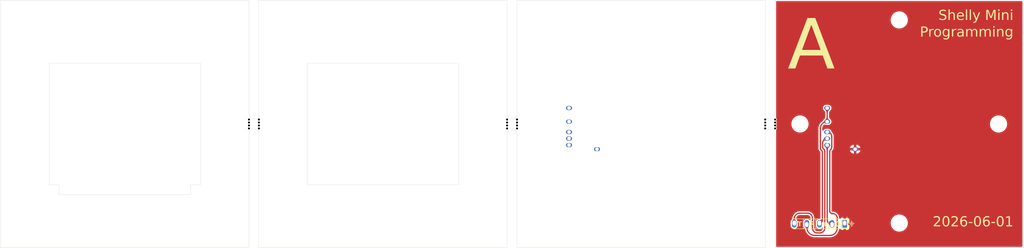
<source format=kicad_pcb>
(kicad_pcb (version 20221018) (generator pcbnew)
  (layers (0 "F.Cu" signal) (31 "B.Cu" signal) (34 "B.Paste" user) (35 "F.Paste" user) (36 "B.SilkS" user "B.Silkscreen") (37 "F.SilkS" user "F.Silkscreen") (38 "B.Mask" user) (39 "F.Mask" user) (44 "Edge.Cuts" user))
  (net 0 "")
  (net 1 "Net-(J1-0)")
  (net 2 "Net-(J1-3V3)")
  (net 3 "Net-(J1-Rx)")
  (net 4 "Net-(J1-Tx)")
  (net 10 "GND")
  (footprint "RevK:PCB-Join" (layer "F.Cu") (at 98 100)
    (fp_text reference "Z3" hide)
    (fp_text value "Hidden" hide)
    (fp_arc (start -1 2) (mid 0 1) (end 1 2) (stroke (width 0.05)) (layer "Edge.Cuts"))
    (fp_arc (start 1 -2) (mid 0 -1) (end -1 -2) (stroke (width 0.05)) (layer "Edge.Cuts"))
    (pad "" np_thru_hole circle (at -1 -0.9) (size 0.45 0.45) (drill 0.4) (layers "*.Mask") (clearance 0.01))
    (pad "" np_thru_hole circle (at -1 -0.3) (size 0.45 0.45) (drill 0.4) (layers "*.Mask") (clearance 0.01))
    (pad "" np_thru_hole circle (at -1 0.3) (size 0.45 0.45) (drill 0.4) (layers "*.Mask") (clearance 0.01))
    (pad "" np_thru_hole circle (at -1 0.9) (size 0.45 0.45) (drill 0.4) (layers "*.Mask") (clearance 0.01))
    (pad "" np_thru_hole circle (at 1 -0.9) (size 0.45 0.45) (drill 0.4) (layers "*.Mask") (clearance 0.01))
    (pad "" np_thru_hole circle (at 1 -0.3) (size 0.45 0.45) (drill 0.4) (layers "*.Mask") (clearance 0.01))
    (pad "" np_thru_hole circle (at 1 0.3) (size 0.45 0.45) (drill 0.4) (layers "*.Mask") (clearance 0.01))
    (pad "" np_thru_hole circle (at 1 0.9) (size 0.45 0.45) (drill 0.4) (layers "*.Mask") (clearance 0.01))
    (zone (net 0) (net_name "") (layers "*.Cu") (connect_pads (clearance 0)) (min_thickness 0.254)
      (keepout (tracks allowed) (vias allowed) (pads allowed) (copperpour not_allowed) (footprints allowed))
      (fill (thermal_gap 0.508) (thermal_bridge_width 0.508))
      (polygon (pts (xy 99.2 102) (xy 96.8 102) (xy 96.8 98) (xy 99.2 98)))
    )
  )
  (footprint "RevK:Shelly" (layer "F.Cu") (at 211.92 120.15)
    (fp_text reference "J1" hide)
    (fp_text value "Shelly" hide)
    (fp_text user "R" (at -1.4425 0.1 unlocked) (layer "F.SilkS") (effects (font (thickness 0.1) bold)))
    (fp_text user "0" (at 3.6375 0.1 unlocked) (layer "F.SilkS") (effects (font (thickness 0.1) bold)))
    (fp_text user "+" (at 1.0975 0.1 unlocked) (layer "F.SilkS") (effects (font (thickness 0.1) bold)))
    (fp_text user "T" (at -3.9825 0.1 unlocked) (layer "F.SilkS") (effects (font (thickness 0.1) bold)))
    (fp_text user "⏚" (at 6.5 0 unlocked) (layer "F.SilkS"))
    (fp_line (start -5.78 -0.3) (end -5.78 0.3) (stroke (width 0.1)) (layer "F.SilkS"))
    (fp_line (start -5.08 -1) (end 4.52 -1) (stroke (width 0.1)) (layer "F.SilkS"))
    (fp_line (start -3.25 1) (end -3.25 -1) (stroke (width 0.1)) (layer "F.SilkS"))
    (fp_line (start -0.71 1) (end -0.71 -1) (stroke (width 0.1)) (layer "F.SilkS"))
    (fp_line (start 1.83 1) (end 1.83 -1) (stroke (width 0.1)) (layer "F.SilkS"))
    (fp_line (start 4.475 -0.905) (end 4.475 0.905) (stroke (width 0.29)) (layer "F.SilkS"))
    (fp_line (start 4.52 0.905) (end 5.685 0.905) (stroke (width 0.29)) (layer "F.SilkS"))
    (fp_line (start 4.52 1) (end -5.08 1) (stroke (width 0.1)) (layer "F.SilkS"))
    (fp_line (start 4.55 -0.905) (end 5.685 -0.905) (stroke (width 0.29)) (layer "F.SilkS"))
    (fp_line (start 5.685 -0.905) (end 5.685 0.905) (stroke (width 0.29)) (layer "F.SilkS"))
    (fp_arc (start -5.78 -0.3) (mid -5.574974 -0.794974) (end -5.08 -1) (stroke (width 0.1)) (layer "F.SilkS"))
    (fp_arc (start -5.08 1) (mid -5.574974 0.794974) (end -5.78 0.3) (stroke (width 0.1)) (layer "F.SilkS"))
    (pad "1" thru_hole rect (at 5.08 -0.15 270) (size 1.5 0.9) (drill oval 1 0.7 (offset 0.15 0)) (layers "*.Cu" "*.Mask") (net 10 "GND"))
    (pad "2" thru_hole oval (at 2.54 0.15 270) (size 1.5 0.9) (drill oval 1 0.7 (offset -0.15 0)) (layers "*.Cu" "*.Mask") (net 1 "Net-(J1-0)"))
    (pad "3" thru_hole oval (at 0 -0.15 270) (size 1.5 0.9) (drill oval 1 0.7 (offset 0.15 0)) (layers "*.Cu" "*.Mask") (net 2 "Net-(J1-3V3)"))
    (pad "4" thru_hole oval (at -2.54 0.15 270) (size 1.5 0.9) (drill oval 1 0.7 (offset -0.15 0)) (layers "*.Cu" "*.Mask") (net 3 "Net-(J1-Rx)"))
    (pad "5" thru_hole oval (at -5.08 -0.15 270) (size 1.5 0.9) (drill oval 1 0.7 (offset 0.15 0)) (layers "*.Cu" "*.Mask") (net 4 "Net-(J1-Tx)"))
  )
  (footprint "MountingHole:MountingHole_3.2mm_M3" (layer "F.Cu") (at 176 80)
    (fp_text reference "H5" hide)
    (fp_text value "MountingHole")
    (pad "" np_thru_hole circle (at 0 0) (size 3.2 3.2) (drill 3.2) (layers "*.Cu" "*.Mask"))
  )
  (footprint "MountingHole:MountingHole_3.2mm_M3" (layer "F.Cu") (at 156 120)
    (fp_text reference "H15" hide)
    (fp_text value "MountingHole")
    (pad "" np_thru_hole circle (at 0 0) (size 3.2 3.2) (drill 3.2) (layers "*.Cu" "*.Mask"))
  )
  (footprint "RevK:PCB-Join" (layer "F.Cu") (at 150 100)
    (fp_text reference "Z1" hide)
    (fp_text value "Hidden" hide)
    (fp_arc (start -1 2) (mid 0 1) (end 1 2) (stroke (width 0.05)) (layer "Edge.Cuts"))
    (fp_arc (start 1 -2) (mid 0 -1) (end -1 -2) (stroke (width 0.05)) (layer "Edge.Cuts"))
    (pad "" np_thru_hole circle (at -1 -0.9) (size 0.45 0.45) (drill 0.4) (layers "*.Mask") (clearance 0.01))
    (pad "" np_thru_hole circle (at -1 -0.3) (size 0.45 0.45) (drill 0.4) (layers "*.Mask") (clearance 0.01))
    (pad "" np_thru_hole circle (at -1 0.3) (size 0.45 0.45) (drill 0.4) (layers "*.Mask") (clearance 0.01))
    (pad "" np_thru_hole circle (at -1 0.9) (size 0.45 0.45) (drill 0.4) (layers "*.Mask") (clearance 0.01))
    (pad "" np_thru_hole circle (at 1 -0.9) (size 0.45 0.45) (drill 0.4) (layers "*.Mask") (clearance 0.01))
    (pad "" np_thru_hole circle (at 1 -0.3) (size 0.45 0.45) (drill 0.4) (layers "*.Mask") (clearance 0.01))
    (pad "" np_thru_hole circle (at 1 0.3) (size 0.45 0.45) (drill 0.4) (layers "*.Mask") (clearance 0.01))
    (pad "" np_thru_hole circle (at 1 0.9) (size 0.45 0.45) (drill 0.4) (layers "*.Mask") (clearance 0.01))
    (zone (net 0) (net_name "") (layers "*.Cu") (connect_pads (clearance 0)) (min_thickness 0.254)
      (keepout (tracks allowed) (vias allowed) (pads allowed) (copperpour not_allowed) (footprints allowed))
      (fill (thermal_gap 0.508) (thermal_bridge_width 0.508))
      (polygon (pts (xy 151.2 102) (xy 148.8 102) (xy 148.8 98) (xy 151.2 98)))
    )
  )
  (footprint "MountingHole:MountingHole_3.2mm_M3" (layer "F.Cu") (at 92 100)
    (fp_text reference "H21" hide)
    (fp_text value "MountingHole")
    (pad "" np_thru_hole circle (at 0 0) (size 3.2 3.2) (drill 3.2) (layers "*.Cu" "*.Mask"))
  )
  (footprint "MountingHole:MountingHole_3.2mm_M3" (layer "F.Cu") (at 228 120)
    (fp_text reference "H11" hide)
    (fp_text value "MountingHole")
    (pad "" np_thru_hole circle (at 0 0) (size 3.2 3.2) (drill 3.2) (layers "*.Cu" "*.Mask"))
  )
  (footprint "MountingHole:MountingHole_3.2mm_M3" (layer "F.Cu") (at 52 100)
    (fp_text reference "H22" hide)
    (fp_text value "MountingHole")
    (pad "" np_thru_hole circle (at 0 0) (size 3.2 3.2) (drill 3.2) (layers "*.Cu" "*.Mask"))
  )
  (footprint "MountingHole:MountingHole_3.2mm_M3" (layer "F.Cu") (at 144 100)
    (fp_text reference "H18" hide)
    (fp_text value "MountingHole")
    (pad "" np_thru_hole circle (at 0 0) (size 3.2 3.2) (drill 3.2) (layers "*.Cu" "*.Mask"))
  )
  (footprint "MountingHole:MountingHole_3.2mm_M3" (layer "F.Cu") (at 144 120)
    (fp_text reference "H4" hide)
    (fp_text value "MountingHole")
    (pad "" np_thru_hole circle (at 0 0) (size 3.2 3.2) (drill 3.2) (layers "*.Cu" "*.Mask"))
  )
  (footprint "RevK:Pogo" (layer "F.Cu") (at 213.4784 96.78395)
    (fp_text reference "TP1" hide)
    (fp_text value "EN")
    (pad "1" thru_hole oval (at 0 0) (size 1.2 0.8) (drill 0.7) (layers "*.Cu" "*.Mask") (net 2 "Net-(J1-3V3)"))
  )
  (footprint "RevK:Pogo" (layer "F.Cu") (at 161.4784 104.2685)
    (fp_text reference "TP11" hide)
    (fp_text value "Boot")
    (pad "1" thru_hole oval (at 0 0) (size 1.2 0.8) (drill 0.7) (layers "*.Cu" "*.Mask"))
  )
  (footprint "MountingHole:MountingHole_3.2mm_M3" (layer "F.Cu") (at 124 80)
    (fp_text reference "H19" hide)
    (fp_text value "MountingHole")
    (pad "" np_thru_hole circle (at 0 0) (size 3.2 3.2) (drill 3.2) (layers "*.Cu" "*.Mask"))
  )
  (footprint "RevK:Pogo" (layer "F.Cu") (at 219.111 105.08642)
    (fp_text reference "TP6" hide)
    (fp_text value "GND")
    (pad "1" thru_hole oval (at 0 0) (size 1.2 0.8) (drill 0.7) (layers "*.Cu" "*.Mask") (net 10 "GND"))
  )
  (footprint "MountingHole:MountingHole_3.2mm_M3" (layer "F.Cu") (at 104 80)
    (fp_text reference "H1" hide)
    (fp_text value "MountingHole")
    (pad "" np_thru_hole circle (at 0 0) (size 3.2 3.2) (drill 3.2) (layers "*.Cu" "*.Mask"))
  )
  (footprint "RevK:PCB-Join" (layer "F.Cu") (at 202 100)
    (fp_text reference "Z2" hide)
    (fp_text value "Hidden" hide)
    (fp_arc (start -1 2) (mid 0 1) (end 1 2) (stroke (width 0.05)) (layer "Edge.Cuts"))
    (fp_arc (start 1 -2) (mid 0 -1) (end -1 -2) (stroke (width 0.05)) (layer "Edge.Cuts"))
    (pad "" np_thru_hole circle (at -1 -0.9) (size 0.45 0.45) (drill 0.4) (layers "*.Mask") (clearance 0.01))
    (pad "" np_thru_hole circle (at -1 -0.3) (size 0.45 0.45) (drill 0.4) (layers "*.Mask") (clearance 0.01))
    (pad "" np_thru_hole circle (at -1 0.3) (size 0.45 0.45) (drill 0.4) (layers "*.Mask") (clearance 0.01))
    (pad "" np_thru_hole circle (at -1 0.9) (size 0.45 0.45) (drill 0.4) (layers "*.Mask") (clearance 0.01))
    (pad "" np_thru_hole circle (at 1 -0.9) (size 0.45 0.45) (drill 0.4) (layers "*.Mask") (clearance 0.01))
    (pad "" np_thru_hole circle (at 1 -0.3) (size 0.45 0.45) (drill 0.4) (layers "*.Mask") (clearance 0.01))
    (pad "" np_thru_hole circle (at 1 0.3) (size 0.45 0.45) (drill 0.4) (layers "*.Mask") (clearance 0.01))
    (pad "" np_thru_hole circle (at 1 0.9) (size 0.45 0.45) (drill 0.4) (layers "*.Mask") (clearance 0.01))
    (zone (net 0) (net_name "") (layers "*.Cu") (connect_pads (clearance 0)) (min_thickness 0.254)
      (keepout (tracks allowed) (vias allowed) (pads allowed) (copperpour not_allowed) (footprints allowed))
      (fill (thermal_gap 0.508) (thermal_bridge_width 0.508))
      (polygon (pts (xy 203.2 102) (xy 200.8 102) (xy 200.8 98) (xy 203.2 98)))
    )
  )
  (footprint "MountingHole:MountingHole_3.2mm_M3" (layer "F.Cu") (at 72 120)
    (fp_text reference "H24" hide)
    (fp_text value "MountingHole")
    (pad "" np_thru_hole circle (at 0 0) (size 3.2 3.2) (drill 3.2) (layers "*.Cu" "*.Mask"))
  )
  (footprint "MountingHole:MountingHole_3.2mm_M3" (layer "F.Cu") (at 196 120)
    (fp_text reference "H16" hide)
    (fp_text value "MountingHole")
    (pad "" np_thru_hole circle (at 0 0) (size 3.2 3.2) (drill 3.2) (layers "*.Cu" "*.Mask"))
  )
  (footprint "MountingHole:MountingHole_3.2mm_M3" (layer "F.Cu") (at 124 120)
    (fp_text reference "H20" hide)
    (fp_text value "MountingHole")
    (pad "" np_thru_hole circle (at 0 0) (size 3.2 3.2) (drill 3.2) (layers "*.Cu" "*.Mask"))
  )
  (footprint "RevK:Pogo" (layer "F.Cu") (at 213.4784 102.9414)
    (fp_text reference "TP4" hide)
    (fp_text value "Tx")
    (pad "1" thru_hole oval (at 0 0) (size 1.2 0.8) (drill 0.7) (layers "*.Cu" "*.Mask") (net 4 "Net-(J1-Tx)"))
  )
  (footprint "MountingHole:MountingHole_3.2mm_M3" (layer "F.Cu") (at 196 100)
    (fp_text reference "H7" hide)
    (fp_text value "MountingHole")
    (pad "" np_thru_hole circle (at 0 0) (size 3.2 3.2) (drill 3.2) (layers "*.Cu" "*.Mask"))
  )
  (footprint "MountingHole:MountingHole_3.2mm_M3" (layer "F.Cu") (at 196 80)
    (fp_text reference "H14" hide)
    (fp_text value "MountingHole")
    (pad "" np_thru_hole circle (at 0 0) (size 3.2 3.2) (drill 3.2) (layers "*.Cu" "*.Mask"))
  )
  (footprint "RevK:Pogo" (layer "F.Cu") (at 167.111 105.08642)
    (fp_text reference "TP12" hide)
    (fp_text value "GND")
    (pad "1" thru_hole oval (at 0 0) (size 1.2 0.8) (drill 0.7) (layers "*.Cu" "*.Mask"))
  )
  (footprint "MountingHole:MountingHole_3.2mm_M3" (layer "F.Cu") (at 228 79)
    (fp_text reference "H9" hide)
    (fp_text value "MountingHole")
    (pad "" np_thru_hole circle (at 0 0) (size 3.2 3.2) (drill 3.2) (layers "*.Cu" "*.Mask"))
  )
  (footprint "RevK:Pogo" (layer "F.Cu") (at 161.4784 102.9414)
    (fp_text reference "TP10" hide)
    (fp_text value "Tx")
    (pad "1" thru_hole oval (at 0 0) (size 1.2 0.8) (drill 0.7) (layers "*.Cu" "*.Mask"))
  )
  (footprint "RevK:Pogo" (layer "F.Cu") (at 213.4784 101.62963)
    (fp_text reference "TP3" hide)
    (fp_text value "Rx")
    (pad "1" thru_hole oval (at 0 0) (size 1.2 0.8) (drill 0.7) (layers "*.Cu" "*.Mask") (net 3 "Net-(J1-Rx)"))
  )
  (footprint "RevK:Pogo" (layer "F.Cu") (at 161.4784 101.62963)
    (fp_text reference "TP9" hide)
    (fp_text value "Rx")
    (pad "1" thru_hole oval (at 0 0) (size 1.2 0.8) (drill 0.7) (layers "*.Cu" "*.Mask"))
  )
  (footprint "MountingHole:MountingHole_3.2mm_M3" (layer "F.Cu") (at 104 100)
    (fp_text reference "H17" hide)
    (fp_text value "MountingHole")
    (pad "" np_thru_hole circle (at 0 0) (size 3.2 3.2) (drill 3.2) (layers "*.Cu" "*.Mask"))
  )
  (footprint "MountingHole:MountingHole_3.2mm_M3" (layer "F.Cu") (at 104 120)
    (fp_text reference "H3" hide)
    (fp_text value "MountingHole")
    (pad "" np_thru_hole circle (at 0 0) (size 3.2 3.2) (drill 3.2) (layers "*.Cu" "*.Mask"))
  )
  (footprint "MountingHole:MountingHole_3.2mm_M3" (layer "F.Cu") (at 156 80)
    (fp_text reference "H13" hide)
    (fp_text value "MountingHole")
    (pad "" np_thru_hole circle (at 0 0) (size 3.2 3.2) (drill 3.2) (layers "*.Cu" "*.Mask"))
  )
  (footprint "MountingHole:MountingHole_3.2mm_M3" (layer "F.Cu") (at 144 80)
    (fp_text reference "H2" hide)
    (fp_text value "MountingHole")
    (pad "" np_thru_hole circle (at 0 0) (size 3.2 3.2) (drill 3.2) (layers "*.Cu" "*.Mask"))
  )
  (footprint "MountingHole:MountingHole_3.2mm_M3" (layer "F.Cu") (at 176 120)
    (fp_text reference "H8" hide)
    (fp_text value "MountingHole")
    (pad "" np_thru_hole circle (at 0 0) (size 3.2 3.2) (drill 3.2) (layers "*.Cu" "*.Mask"))
  )
  (footprint "RevK:Pogo" (layer "F.Cu") (at 213.4784 104.2685)
    (fp_text reference "TP5" hide)
    (fp_text value "Boot")
    (pad "1" thru_hole oval (at 0 0) (size 1.2 0.8) (drill 0.7) (layers "*.Cu" "*.Mask") (net 1 "Net-(J1-0)"))
  )
  (footprint "MountingHole:MountingHole_3.2mm_M3" (layer "F.Cu") (at 208 100)
    (fp_text reference "H6" hide)
    (fp_text value "MountingHole")
    (pad "" np_thru_hole circle (at 0 0) (size 3.2 3.2) (drill 3.2) (layers "*.Cu" "*.Mask"))
  )
  (footprint "MountingHole:MountingHole_3.2mm_M3" (layer "F.Cu") (at 248 100)
    (fp_text reference "H12" hide)
    (fp_text value "MountingHole")
    (pad "" np_thru_hole circle (at 0 0) (size 3.2 3.2) (drill 3.2) (layers "*.Cu" "*.Mask"))
  )
  (footprint "RevK:Pogo" (layer "F.Cu") (at 213.4784 99.53087)
    (fp_text reference "TP2" hide)
    (fp_text value "3V3")
    (pad "1" thru_hole oval (at 0 0) (size 1.2 0.8) (drill 0.7) (layers "*.Cu" "*.Mask") (net 2 "Net-(J1-3V3)"))
  )
  (footprint "RevK:Pogo" (layer "F.Cu") (at 161.4784 96.78395)
    (fp_text reference "TP7" hide)
    (fp_text value "EN")
    (pad "1" thru_hole oval (at 0 0) (size 1.2 0.8) (drill 0.7) (layers "*.Cu" "*.Mask"))
  )
  (footprint "RevK:Pogo" (layer "F.Cu") (at 161.4784 99.53087)
    (fp_text reference "TP8" hide)
    (fp_text value "3V3")
    (pad "1" thru_hole oval (at 0 0) (size 1.2 0.8) (drill 0.7) (layers "*.Cu" "*.Mask"))
  )
  (footprint "MountingHole:MountingHole_3.2mm_M3" (layer "F.Cu") (at 72 79)
    (fp_text reference "H23" hide)
    (fp_text value "MountingHole")
    (pad "" np_thru_hole circle (at 0 0) (size 3.2 3.2) (drill 3.2) (layers "*.Cu" "*.Mask"))
  )
  (footprint "MountingHole:MountingHole_3.2mm_M3" (layer "F.Cu") (at 156 100)
    (fp_text reference "H10" hide)
    (fp_text value "MountingHole")
    (pad "" np_thru_hole circle (at 0 0) (size 3.2 3.2) (drill 3.2) (layers "*.Cu" "*.Mask"))
  )
  (gr_line (start 85.25 112.25) (end 87.25 112.25) (stroke (width 0.05)) (layer "Edge.Cuts"))
  (gr_line (start 47 125) (end 47 75) (stroke (width 0.05)) (layer "Edge.Cuts"))
  (gr_line (start 149 125) (end 99 125) (stroke (width 0.05)) (layer "Edge.Cuts"))
  (gr_line (start 87.25 87.75) (end 87.25 112.25) (stroke (width 0.05)) (layer "Edge.Cuts"))
  (gr_rect (start 108.75 87.75) (end 139.25 112.25) (stroke (width 0.05)) (fill none) (layer "Edge.Cuts"))
  (gr_line (start 203 125) (end 203 102) (stroke (width 0.05)) (layer "Edge.Cuts"))
  (gr_line (start 201 75) (end 201 98) (stroke (width 0.05)) (layer "Edge.Cuts"))
  (gr_line (start 253 125) (end 203 125) (stroke (width 0.05)) (layer "Edge.Cuts"))
  (gr_line (start 56.75 112.25) (end 58.75 112.25) (stroke (width 0.05)) (layer "Edge.Cuts"))
  (gr_line (start 56.75 87.75) (end 87.25 87.75) (stroke (width 0.05)) (layer "Edge.Cuts"))
  (gr_line (start 151 75) (end 201 75) (stroke (width 0.05)) (layer "Edge.Cuts"))
  (gr_line (start 149 125) (end 149 102) (stroke (width 0.05)) (layer "Edge.Cuts"))
  (gr_line (start 85.25 114.25) (end 85.25 112.25) (stroke (width 0.05)) (layer "Edge.Cuts"))
  (gr_line (start 203 75) (end 253 75) (stroke (width 0.05)) (layer "Edge.Cuts"))
  (gr_line (start 56.75 87.75) (end 56.75 112.25) (stroke (width 0.05)) (layer "Edge.Cuts"))
  (gr_line (start 58.75 112.25) (end 58.75 114.25) (stroke (width 0.05)) (layer "Edge.Cuts"))
  (gr_line (start 97 75) (end 97 98) (stroke (width 0.05)) (layer "Edge.Cuts"))
  (gr_line (start 99 102) (end 99 125) (stroke (width 0.05)) (layer "Edge.Cuts"))
  (gr_line (start 99 75) (end 149 75) (stroke (width 0.05)) (layer "Edge.Cuts"))
  (gr_line (start 203 98) (end 203 75) (stroke (width 0.05)) (layer "Edge.Cuts"))
  (gr_line (start 47 75) (end 97 75) (stroke (width 0.05)) (layer "Edge.Cuts"))
  (gr_line (start 151 98) (end 151 75) (stroke (width 0.05)) (layer "Edge.Cuts"))
  (gr_line (start 151 125) (end 151 102) (stroke (width 0.05)) (layer "Edge.Cuts"))
  (gr_line (start 99 75) (end 99 98) (stroke (width 0.05)) (layer "Edge.Cuts"))
  (gr_line (start 149 75) (end 149 98) (stroke (width 0.05)) (layer "Edge.Cuts"))
  (gr_line (start 253 75) (end 253 125) (stroke (width 0.05)) (layer "Edge.Cuts"))
  (gr_line (start 58.75 114.25) (end 85.25 114.25) (stroke (width 0.05)) (layer "Edge.Cuts"))
  (gr_line (start 201 125) (end 151 125) (stroke (width 0.05)) (layer "Edge.Cuts"))
  (gr_line (start 97 125) (end 47 125) (stroke (width 0.05)) (layer "Edge.Cuts"))
  (gr_line (start 97 102) (end 97 125) (stroke (width 0.05)) (layer "Edge.Cuts"))
  (gr_line (start 201 102) (end 201 125) (stroke (width 0.05)) (layer "Edge.Cuts"))
  (gr_text "${CURRENT_DATE}" (at 251 121) (layer "F.SilkS") (effects (font (size 2 2)) (justify right bottom)))
  (gr_text "Shelly Mini\nProgramming" (at 251 77) (layer "F.SilkS") (effects (font (size 2 2)) (justify right top)))
  (gr_text "A" (at 205.5 90.5) (layer "F.SilkS") (effects (font (size 10 10)) (justify left bottom)))
  (segment (start 213.4784 119.3184) (end 213.4784 104.2685) (width 0.25) (layer "F.Cu") (net 1))
  (arc (start 214.46 120.3) (mid 213.765904 120.012496) (end 213.4784 119.3184) (width 0.25) (layer "F.Cu") (net 1))
  (segment (start 212.1034 104.896077) (end 212.1034 100.90587) (width 0.25) (layer "F.Cu") (net 2))
  (segment (start 213.4784 96.78395) (end 213.4784 99.53087) (width 0.25) (layer "F.Cu") (net 2))
  (segment (start 212.5 119.42) (end 212.5 105.7) (width 0.25) (layer "F.Cu") (net 2))
  (segment (start 212.358578 105.358578) (end 212.25 105.25) (width 0.25) (layer "F.Cu") (net 2))
  (arc (start 211.92 120) (mid 212.330122 119.830122) (end 212.5 119.42) (width 0.25) (layer "F.Cu") (net 2))
  (arc (start 212.1034 100.90587) (mid 212.506128 99.933598) (end 213.4784 99.53087) (width 0.25) (layer "F.Cu") (net 2))
  (arc (start 212.5 105.7) (mid 212.463245 105.515223) (end 212.358578 105.358578) (width 0.25) (layer "F.Cu") (net 2))
  (arc (start 212.25 105.25) (mid 212.1415 105.087619) (end 212.1034 104.896077) (width 0.25) (layer "F.Cu") (net 2))
  (segment (start 215.5 119) (end 215.5 121) (width 0.25) (layer "F.Cu") (net 3))
  (segment (start 214.5 118.085787) (end 214.585787 118.085787) (width 0.25) (layer "F.Cu") (net 3))
  (segment (start 211 122.5) (end 214 122.5) (width 0.25) (layer "F.Cu") (net 3))
  (segment (start 209.38 120.3) (end 209.38 120.88) (width 0.25) (layer "F.Cu") (net 3))
  (segment (start 214.4034 102.55463) (end 214.4034 104.608479) (width 0.25) (layer "F.Cu") (net 3))
  (segment (start 214 105.582372) (end 214 117.5858) (width 0.25) (layer "F.Cu") (net 3))
  (arc (start 214 117.585787) (mid 214.146447 117.93934) (end 214.5 118.085787) (width 0.25) (layer "F.Cu") (net 3))
  (arc (start 214.4034 104.608479) (mid 214.34289 104.912682) (end 214.170573 105.170573) (width 0.25) (layer "F.Cu") (net 3))
  (arc (start 213.4784 101.62963) (mid 214.132474 101.900556) (end 214.4034 102.55463) (width 0.25) (layer "F.Cu") (net 3))
  (arc (start 209.38 120.88) (mid 209.854487 122.025513) (end 211 122.5) (width 0.25) (layer "F.Cu") (net 3))
  (arc (start 214 122.5) (mid 215.06066 122.06066) (end 215.5 121) (width 0.25) (layer "F.Cu") (net 3))
  (arc (start 214.585787 118.085787) (mid 215.232233 118.353554) (end 215.5 119) (width 0.25) (layer "F.Cu") (net 3))
  (arc (start 214.170573 105.170573) (mid 214.04433 105.359508) (end 214 105.582372) (width 0.25) (layer "F.Cu") (net 3))
  (segment (start 210.5 119) (end 210.5 121) (width 0.25) (layer "F.Cu") (net 4))
  (segment (start 211.5 122) (end 212 122) (width 0.25) (layer "F.Cu") (net 4))
  (segment (start 208 118) (end 209.5 118) (width 0.25) (layer "F.Cu") (net 4))
  (segment (start 212.720508 104.979492) (end 212.758865 105.017849) (width 0.25) (layer "F.Cu") (net 4))
  (segment (start 212.5534 104.576058) (end 212.5534 103.8664) (width 0.25) (layer "F.Cu") (net 4))
  (segment (start 213 121) (end 213 105.6) (width 0.25) (layer "F.Cu") (net 4))
  (segment (start 206.84 120) (end 206.84 119.16) (width 0.25) (layer "F.Cu") (net 4))
  (arc (start 212.720508 104.979492) (mid 212.596831 104.794396) (end 212.5534 104.576058) (width 0.25) (layer "F.Cu") (net 4))
  (arc (start 209.5 118) (mid 210.207107 118.292893) (end 210.5 119) (width 0.25) (layer "F.Cu") (net 4))
  (arc (start 212.758865 105.017849) (mid 212.937331 105.284942) (end 213 105.6) (width 0.25) (layer "F.Cu") (net 4))
  (arc (start 210.5 121) (mid 210.792893 121.707107) (end 211.5 122) (width 0.25) (layer "F.Cu") (net 4))
  (arc (start 212 122) (mid 212.707107 121.707107) (end 213 121) (width 0.25) (layer "F.Cu") (net 4))
  (arc (start 212.5534 103.8664) (mid 212.824326 103.212326) (end 213.4784 102.9414) (width 0.25) (layer "F.Cu") (net 4))
  (arc (start 206.84 119.16) (mid 207.179756 118.339756) (end 208 118) (width 0.25) (layer "F.Cu") (net 4))
  (zone (net 10) (net_name "GND") (layer "F.Cu") (connect_pads (clearance 0.254)) (min_thickness 0.25) (fill yes (thermal_gap 0.5) (thermal_bridge_width 0.5))
    (polygon (pts (xy 99 75) (xy 253 75) (xy 253 125) (xy 99 125)))
  )
)
</source>
